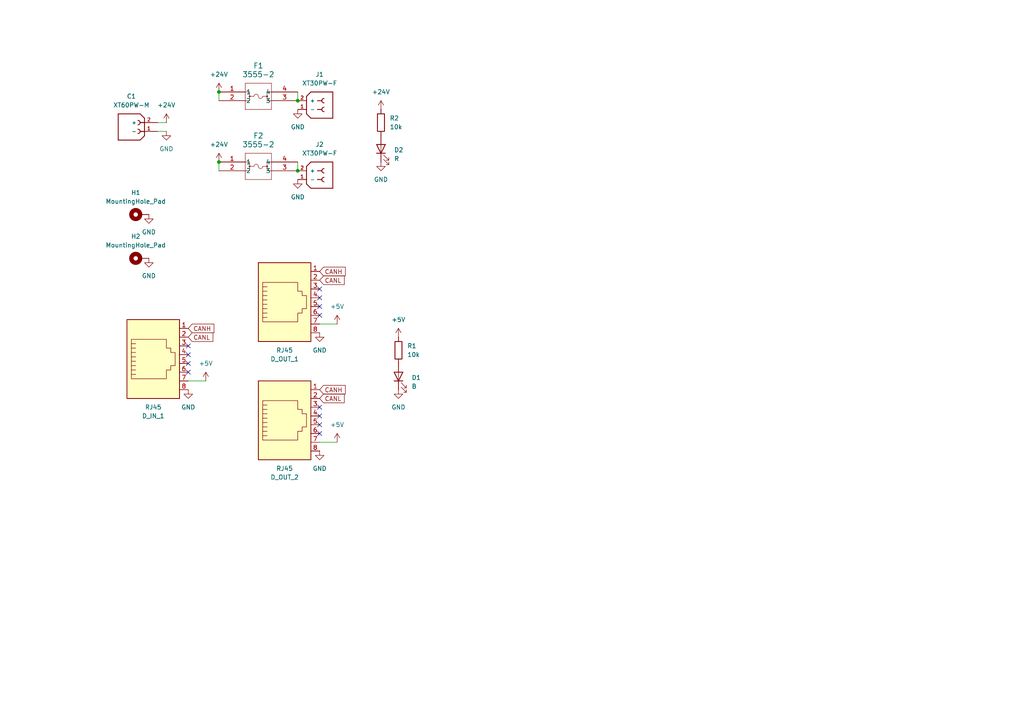
<source format=kicad_sch>
(kicad_sch (version 20231120) (generator "eeschema") (generator_version "8.0")
  (paper "A4")
  (title_block (title "Rocker Splitter") (date "2024-06-12") (rev "1") (company "RobotiqueUdeS - Rovus") (comment 1 "Philippe Michaud"))
  (lib_symbols
    (symbol "2024-06-11_22-07-23:3555-2" (pin_names (offset 0.254))
      (property "Reference" "F" (at 12.7 7.62 0))
      (property "Value" "3555-2" (at 12.7 5.08 0))
      (symbol "3555-2_0_1"
        (polyline (pts (xy 7.62 -5.08) (xy 15.24 -5.08)) (stroke (width 0.127)))
        (polyline (pts (xy 7.62 0) (xy 8.89 0)) (stroke (width 0.127)))
        (polyline (pts (xy 7.62 2.54) (xy 7.62 -5.08)) (stroke (width 0.127)))
        (polyline (pts (xy 8.89 -2.54) (xy 7.62 -2.54)) (stroke (width 0.127)))
        (polyline (pts (xy 8.89 -1.27) (xy 10.16 -1.27)) (stroke (width 0.127)))
        (polyline (pts (xy 8.89 0) (xy 8.89 -2.54)) (stroke (width 0.127)))
        (polyline (pts (xy 13.97 -2.54) (xy 15.24 -2.54)) (stroke (width 0.127)))
        (polyline (pts (xy 13.97 -1.27) (xy 12.7 -1.27)) (stroke (width 0.127)))
        (polyline (pts (xy 13.97 0) (xy 13.97 -2.54)) (stroke (width 0.127)))
        (polyline (pts (xy 15.24 -5.08) (xy 15.24 2.54)) (stroke (width 0.127)))
        (polyline (pts (xy 15.24 0) (xy 13.97 0)) (stroke (width 0.127)))
        (polyline (pts (xy 15.24 2.54) (xy 7.62 2.54)) (stroke (width 0.127)))
        (circle (center 8.89 -1.27) (radius 0.127) (stroke (width 0.254)))
        (arc (start 11.43 -1.27) (mid 10.795 -0.6377) (end 10.16 -1.27) (stroke (width 0.127)))
        (arc (start 11.43 -1.27) (mid 12.065 -1.9022) (end 12.7 -1.27) (stroke (width 0.127)))
        (circle (center 13.97 -1.27) (radius 0.127) (stroke (width 0.254)))
        (pin unspecified line (at 0 0 0) (length 7.62) (name "1") (number "1"))
        (pin unspecified line (at 0 -2.54 0) (length 7.62) (name "2") (number "2"))
        (pin unspecified line (at 22.86 -2.54 180) (length 7.62) (name "3") (number "3"))
        (pin unspecified line (at 22.86 0 180) (length 7.62) (name "4") (number "4"))
      )
    )
    (symbol "Connector:RJ45" (pin_names (offset 1.016))
      (property "Reference" "J" (at -5.08 13.97 0))
      (property "Value" "RJ45" (at 2.54 13.97 0))
      (symbol "RJ45_0_1"
        (polyline (pts (xy -5.08 4.445) (xy -6.35 4.445)))
        (polyline (pts (xy -5.08 5.715) (xy -6.35 5.715)))
        (polyline (pts (xy -6.35 -3.175) (xy -5.08 -3.175) (xy -5.08 -3.175)))
        (polyline (pts (xy -6.35 -1.905) (xy -5.08 -1.905) (xy -5.08 -1.905)))
        (polyline (pts (xy -6.35 -0.635) (xy -5.08 -0.635) (xy -5.08 -0.635)))
        (polyline (pts (xy -6.35 0.635) (xy -5.08 0.635) (xy -5.08 0.635)))
        (polyline (pts (xy -6.35 1.905) (xy -5.08 1.905) (xy -5.08 1.905)))
        (polyline (pts (xy -5.08 3.175) (xy -6.35 3.175) (xy -6.35 3.175)))
        (polyline (pts (xy -6.35 -4.445) (xy -6.35 6.985) (xy 3.81 6.985) (xy 3.81 4.445) (xy 5.08 4.445) (xy 5.08 3.175) (xy 6.35 3.175) (xy 6.35 -0.635) (xy 5.08 -0.635) (xy 5.08 -1.905) (xy 3.81 -1.905) (xy 3.81 -4.445) (xy -6.35 -4.445) (xy -6.35 -4.445)))
        (rectangle (start 7.62 12.7) (end -7.62 -10.16) (stroke (width 0.254)) (fill (type background)))
      )
      (symbol "RJ45_1_1"
        (pin passive line (at 10.16 -7.62 180) (length 2.54) (name "~") (number "1"))
        (pin passive line (at 10.16 -5.08 180) (length 2.54) (name "~") (number "2"))
        (pin passive line (at 10.16 -2.54 180) (length 2.54) (name "~") (number "3"))
        (pin passive line (at 10.16 0 180) (length 2.54) (name "~") (number "4"))
        (pin passive line (at 10.16 2.54 180) (length 2.54) (name "~") (number "5"))
        (pin passive line (at 10.16 5.08 180) (length 2.54) (name "~") (number "6"))
        (pin passive line (at 10.16 7.62 180) (length 2.54) (name "~") (number "7"))
        (pin passive line (at 10.16 10.16 180) (length 2.54) (name "~") (number "8"))
      )
    )
    (symbol "Device:LED" (pin_numbers hide) (pin_names (offset 1.016) hide)
      (property "Reference" "D" (at 0 2.54 0))
      (property "Value" "LED" (at 0 -2.54 0))
      (symbol "LED_0_1"
        (polyline (pts (xy -1.27 -1.27) (xy -1.27 1.27)) (stroke (width 0.254)))
        (polyline (pts (xy -1.27 0) (xy 1.27 0)))
        (polyline (pts (xy 1.27 -1.27) (xy 1.27 1.27) (xy -1.27 0) (xy 1.27 -1.27)) (stroke (width 0.254)))
        (polyline (pts (xy -3.048 -0.762) (xy -4.572 -2.286) (xy -3.81 -2.286) (xy -4.572 -2.286) (xy -4.572 -1.524)))
        (polyline (pts (xy -1.778 -0.762) (xy -3.302 -2.286) (xy -2.54 -2.286) (xy -3.302 -2.286) (xy -3.302 -1.524)))
      )
      (symbol "LED_1_1"
        (pin passive line (at -3.81 0 0) (length 2.54) (name "K") (number "1"))
        (pin passive line (at 3.81 0 180) (length 2.54) (name "A") (number "2"))
      )
    )
    (symbol "Device:R" (pin_numbers hide) (pin_names (offset 0))
      (property "Reference" "R" (at 2.032 0 90))
      (property "Value" "R" (at 0 0 90))
      (symbol "R_0_1"
        (rectangle (start -1.016 -2.54) (end 1.016 2.54) (stroke (width 0.254)))
      )
      (symbol "R_1_1"
        (pin passive line (at 0 3.81 270) (length 1.27) (name "~") (number "1"))
        (pin passive line (at 0 -3.81 90) (length 1.27) (name "~") (number "2"))
      )
    )
    (symbol "Mechanical:MountingHole_Pad" (pin_numbers hide) (pin_names (offset 1.016) hide) (exclude_from_sim yes) (in_bom no)
      (property "Reference" "H" (at 0 6.35 0))
      (property "Value" "MountingHole_Pad" (at 0 4.445 0))
      (symbol "MountingHole_Pad_0_1"
        (circle (center 0 1.27) (radius 1.27) (stroke (width 1.27)))
      )
      (symbol "MountingHole_Pad_1_1"
        (pin input line (at 0 -2.54 90) (length 2.54) (name "1") (number "1"))
      )
    )
    (symbol "XT30PW-F_1" (pin_names (offset 1.016))
      (property "Reference" "J2" (at -3.81 7.62 0))
      (property "Value" "XT30PW-F" (at -3.81 5.08 0))
      (symbol "XT30PW-F_1_0_0"
        (arc (start -5.0773 -3.175) (mid -4.445 -2.54) (end -5.0773 -1.905) (stroke (width 0.254)))
        (arc (start -5.0773 -0.635) (mid -4.445 0) (end -5.0773 0.635) (stroke (width 0.254)))
        (polyline (pts (xy -7.62 -5.08) (xy -7.62 2.54)) (stroke (width 0.254)))
        (polyline (pts (xy -7.62 2.54) (xy -1.27 2.54)) (stroke (width 0.254)))
        (polyline (pts (xy -3.1723 -2.54) (xy -4.4423 -2.54)) (stroke (width 0.254)))
        (polyline (pts (xy -3.1723 0) (xy -4.4423 0)) (stroke (width 0.254)))
        (polyline (pts (xy -1.27 -5.08) (xy -7.62 -5.08)) (stroke (width 0.254)))
        (polyline (pts (xy 0 -3.81) (xy -1.27 -5.08)) (stroke (width 0.254)))
        (polyline (pts (xy 0 0) (xy 0 -3.81)) (stroke (width 0.254)))
        (polyline (pts (xy 0 1.27) (xy -1.27 2.54)) (stroke (width 0.254)))
        (polyline (pts (xy 0 1.27) (xy 0 0)) (stroke (width 0.254)))
      )
      (symbol "XT30PW-F_1_1_0"
        (pin power_in line (at 2.54 -2.54 180) (length 2.54) (name "-") (number "1"))
        (pin power_in line (at 2.54 0 180) (length 2.54) (name "+") (number "2"))
      )
    )
    (symbol "XT30PW-F_2" (pin_names (offset 1.016))
      (property "Reference" "J1" (at -3.81 7.62 0))
      (property "Value" "XT30PW-F" (at -3.81 5.08 0))
      (symbol "XT30PW-F_2_0_0"
        (arc (start -5.0773 -3.175) (mid -4.445 -2.54) (end -5.0773 -1.905) (stroke (width 0.254)))
        (arc (start -5.0773 -0.635) (mid -4.445 0) (end -5.0773 0.635) (stroke (width 0.254)))
        (polyline (pts (xy -7.62 -5.08) (xy -7.62 2.54)) (stroke (width 0.254)))
        (polyline (pts (xy -7.62 2.54) (xy -1.27 2.54)) (stroke (width 0.254)))
        (polyline (pts (xy -3.1723 -2.54) (xy -4.4423 -2.54)) (stroke (width 0.254)))
        (polyline (pts (xy -3.1723 0) (xy -4.4423 0)) (stroke (width 0.254)))
        (polyline (pts (xy -1.27 -5.08) (xy -7.62 -5.08)) (stroke (width 0.254)))
        (polyline (pts (xy 0 -3.81) (xy -1.27 -5.08)) (stroke (width 0.254)))
        (polyline (pts (xy 0 0) (xy 0 -3.81)) (stroke (width 0.254)))
        (polyline (pts (xy 0 1.27) (xy -1.27 2.54)) (stroke (width 0.254)))
        (polyline (pts (xy 0 1.27) (xy 0 0)) (stroke (width 0.254)))
      )
      (symbol "XT30PW-F_2_1_0"
        (pin power_in line (at 2.54 -2.54 180) (length 2.54) (name "-") (number "1"))
        (pin power_in line (at 2.54 0 180) (length 2.54) (name "+") (number "2"))
      )
    )
    (symbol "XT60PW-M:XT60PW-M" (pin_names (offset 1.016))
      (property "Reference" "C" (at -1.524 -0.508 0))
      (property "Value" "XT60PW-M" (at -4.826 -11.43 0))
      (symbol "XT60PW-M_0_0"
        (polyline (pts (xy -3.81 -8.89) (xy -3.81 -1.27)) (stroke (width 0.254)))
        (polyline (pts (xy -3.81 -1.27) (xy 2.54 -1.27)) (stroke (width 0.254)))
        (polyline (pts (xy 2.54 -8.89) (xy -3.81 -8.89)) (stroke (width 0.254)))
        (polyline (pts (xy 3.81 -7.62) (xy 2.54 -8.89)) (stroke (width 0.254)))
        (polyline (pts (xy 3.81 -6.35) (xy 2.54 -6.35)) (stroke (width 0.254)))
        (polyline (pts (xy 3.81 -3.81) (xy 2.54 -3.81)) (stroke (width 0.254)))
        (polyline (pts (xy 3.81 -3.81) (xy 3.81 -7.62)) (stroke (width 0.254)))
        (polyline (pts (xy 3.81 -2.54) (xy 2.54 -1.27)) (stroke (width 0.254)))
        (polyline (pts (xy 3.81 -2.54) (xy 3.81 -3.81)) (stroke (width 0.254)))
        (arc (start 1.905 -6.985) (mid 2.5373 -6.35) (end 1.905 -5.715) (stroke (width 0.254)))
        (arc (start 1.905 -4.445) (mid 2.5373 -3.81) (end 1.905 -3.175) (stroke (width 0.254)))
      )
      (symbol "XT60PW-M_1_0"
        (pin power_in line (at 7.62 -6.35 180) (length 5.08) (name "-") (number "1"))
        (pin power_in line (at 7.62 -3.81 180) (length 5.08) (name "+") (number "2"))
      )
    )
    (symbol "power:+24V" (power) (pin_numbers hide) (pin_names (offset 0) hide)
      (property "Value" "+24V" (at 0 3.556 0))
      (symbol "+24V_0_1"
        (polyline (pts (xy -0.762 1.27) (xy 0 2.54)))
        (polyline (pts (xy 0 0) (xy 0 2.54)))
        (polyline (pts (xy 0 2.54) (xy 0.762 1.27)))
      )
      (symbol "+24V_1_1"
        (pin power_in line (at 0 0 90) (length 0) (name "~") (number "1"))
      )
    )
    (symbol "power:+5V" (power) (pin_numbers hide) (pin_names (offset 0) hide)
      (property "Value" "+5V" (at 0 3.556 0))
      (symbol "+5V_0_1"
        (polyline (pts (xy -0.762 1.27) (xy 0 2.54)))
        (polyline (pts (xy 0 0) (xy 0 2.54)))
        (polyline (pts (xy 0 2.54) (xy 0.762 1.27)))
      )
      (symbol "+5V_1_1"
        (pin power_in line (at 0 0 90) (length 0) (name "~") (number "1"))
      )
    )
    (symbol "power:GND" (power) (pin_numbers hide) (pin_names (offset 0) hide)
      (property "Value" "GND" (at 0 -3.81 0))
      (symbol "GND_0_1"
        (polyline (pts (xy 0 0) (xy 0 -1.27) (xy 1.27 -1.27) (xy 0 -2.54) (xy -1.27 -1.27) (xy 0 -1.27)))
      )
      (symbol "GND_1_1"
        (pin power_in line (at 0 0 270) (length 0) (name "~") (number "1"))
      )
    )
  )
  (junction (at 63.5 26.67))
  (junction (at 63.5 46.99))
  (junction (at 86.36 49.53))
  (junction (at 86.36 29.21))
  (no_connect (at 92.71 86.36))
  (no_connect (at 92.71 83.82))
  (no_connect (at 54.61 100.33))
  (no_connect (at 92.71 120.65))
  (no_connect (at 54.61 102.87))
  (no_connect (at 92.71 88.9))
  (no_connect (at 92.71 118.11))
  (no_connect (at 92.71 123.19))
  (no_connect (at 92.71 91.44))
  (no_connect (at 54.61 105.41))
  (no_connect (at 54.61 107.95))
  (no_connect (at 92.71 125.73))
  (wire (pts (xy 63.5 26.67) (xy 63.5 29.21)))
  (wire (pts (xy 45.72 38.1) (xy 48.26 38.1)))
  (wire (pts (xy 86.36 26.67) (xy 86.36 29.21)))
  (wire (pts (xy 92.71 128.27) (xy 97.79 128.27)))
  (wire (pts (xy 45.72 35.56) (xy 48.26 35.56)))
  (wire (pts (xy 86.36 46.99) (xy 86.36 49.53)))
  (wire (pts (xy 63.5 46.99) (xy 63.5 49.53)))
  (wire (pts (xy 54.61 110.49) (xy 59.69 110.49)))
  (wire (pts (xy 92.71 93.98) (xy 97.79 93.98)))
  (global_label "CANH" (shape input) (at 92.71 78.74 0) (property "Intersheetrefs" "${INTERSHEET_REFS}" (effects (hide yes))))
  (global_label "CANH" (shape input) (at 54.61 95.25 0) (property "Intersheetrefs" "${INTERSHEET_REFS}" (effects (hide yes))))
  (global_label "CANL" (shape input) (at 92.71 81.28 0) (property "Intersheetrefs" "${INTERSHEET_REFS}" (effects (hide yes))))
  (global_label "CANL" (shape input) (at 54.61 97.79 0) (property "Intersheetrefs" "${INTERSHEET_REFS}" (effects (hide yes))))
  (global_label "CANL" (shape input) (at 92.71 115.57 0) (property "Intersheetrefs" "${INTERSHEET_REFS}" (effects (hide yes))))
  (global_label "CANH" (shape input) (at 92.71 113.03 0) (property "Intersheetrefs" "${INTERSHEET_REFS}" (effects (hide yes))))
  (symbol (lib_id "power:GND") (at 54.61 113.03 0) (mirror y) (unit 1)
    (property "Reference" "#PWR08" (effects (hide yes)))
    (property "Value" "GND" (at 54.61 118.11 0))
    (property "Description" "Power symbol creates a global label with name \"GND\" , ground" (effects (hide yes)))
  )
  (symbol (lib_id "power:GND") (at 48.26 38.1 0) (unit 1)
    (property "Reference" "#PWR02" (effects (hide yes)))
    (property "Value" "GND" (at 48.26 43.18 0))
    (property "Description" "Power symbol creates a global label with name \"GND\" , ground" (effects (hide yes)))
  )
  (symbol (lib_id "XT60PW-M:XT60PW-M") (at 38.1 31.75 0) (unit 1)
    (property "Reference" "C1" (at 38.1 27.94 0))
    (property "Value" "XT60PW-M" (at 38.1 30.48 0))
    (property "Footprint" "Connector_AMASS:AMASS_XT60PW-M_1x02_P7.20mm_Horizontal" (effects (hide yes)))
  )
  (symbol (lib_id "Connector:RJ45") (at 82.55 86.36 0) (mirror x) (unit 1)
    (property "Reference" "D_OUT_1" (at 82.55 104.14 0))
    (property "Value" "RJ45" (at 82.55 101.6 0))
    (property "Footprint" "54601-908WPLF:AMPHENOL_54601-908WPLF" (effects (hide yes)))
    (property "Description" "RJ connector, 8P8C (8 positions 8 connected)" (effects (hide yes)))
  )
  (symbol (lib_id "power:GND") (at 86.36 31.75 0) (unit 1)
    (property "Reference" "#PWR04" (effects (hide yes)))
    (property "Value" "GND" (at 86.36 36.83 0))
    (property "Description" "Power symbol creates a global label with name \"GND\" , ground" (effects (hide yes)))
  )
  (symbol (lib_id "power:+5V") (at 97.79 93.98 0) (mirror y) (unit 1)
    (property "Reference" "#PWR09" (effects (hide yes)))
    (property "Value" "+5V" (at 97.79 88.9 0))
    (property "Description" "Power symbol creates a global label with name \"+5V\"" (effects (hide yes)))
  )
  (symbol (lib_name "XT30PW-F_2") (lib_id "XT30PW-F:XT30PW-F") (at 88.9 29.21 0) (mirror y) (unit 1)
    (property "Reference" "J1" (at 92.71 21.59 0))
    (property "Value" "XT30PW-F" (at 92.71 24.13 0))
    (property "Footprint" "Connector_AMASS:AMASS_XT30PW-F_1x02_P2.50mm_Horizontal" (effects (hide yes)))
    (property "MF" "amass" (effects (hide yes)))
    (property "MAXIMUM_PACKAGE_HEIGHT" "5 mm" (effects (hide yes)))
    (property "Package" "None" (effects (hide yes)))
    (property "Price" "None" (effects (hide yes)))
    (property "Check_prices" "https://www.snapeda.com/parts/XT30PW-F/AMASS/view-part/?ref=eda" (effects (hide yes)))
    (property "STANDARD" "Manufacturer Recommendations" (effects (hide yes)))
    (property "PARTREV" "1.2" (effects (hide yes)))
    (property "SnapEDA_Link" "https://www.snapeda.com/parts/XT30PW-F/AMASS/view-part/?ref=snap" (effects (hide yes)))
    (property "MP" "XT30PW-F" (effects (hide yes)))
    (property "Description_1" "\nSocket; DC supply; XT30; female; PIN: 2; on PCBs; THT; yellow; 15A\n" (effects (hide yes)))
    (property "MANUFACTURER" "Amass" (effects (hide yes)))
    (property "Availability" "Not in stock" (effects (hide yes)))
    (property "SNAPEDA_PN" "XT30PW-F" (effects (hide yes)))
  )
  (symbol (lib_id "Mechanical:MountingHole_Pad") (at 40.64 62.23 90) (unit 1) (exclude_from_sim yes) (in_bom no)
    (property "Reference" "H1" (at 39.37 55.88 90))
    (property "Value" "MountingHole_Pad" (at 39.37 58.42 90))
    (property "Footprint" "MountingHole:MountingHole_3.2mm_M3_DIN965_Pad_TopBottom" (effects (hide yes)))
    (property "Description" "Mounting Hole with connection" (effects (hide yes)))
  )
  (symbol (lib_id "power:+24V") (at 63.5 26.67 0) (unit 1)
    (property "Reference" "#PWR03" (effects (hide yes)))
    (property "Value" "+24V" (at 63.5 21.59 0))
    (property "Description" "Power symbol creates a global label with name \"+24V\"" (effects (hide yes)))
  )
  (symbol (lib_id "power:+5V") (at 59.69 110.49 0) (mirror y) (unit 1)
    (property "Reference" "#PWR07" (effects (hide yes)))
    (property "Value" "+5V" (at 59.69 105.41 0))
    (property "Description" "Power symbol creates a global label with name \"+5V\"" (effects (hide yes)))
  )
  (symbol (lib_id "power:+5V") (at 110.49 31.75 0) (mirror y) (unit 1)
    (property "Reference" "#PWR015" (effects (hide yes)))
    (property "Value" "+24V" (at 110.49 26.67 0))
    (property "Description" "Power symbol creates a global label with name \"+5V\"" (effects (hide yes)))
  )
  (symbol (lib_id "Device:R") (at 115.57 101.6 0) (unit 1)
    (property "Reference" "R1" (at 118.11 100.3299 0) (effects (justify left)))
    (property "Value" "10k" (at 118.11 102.8699 0) (effects (justify left)))
    (property "Footprint" "Resistor_SMD:R_0805_2012Metric_Pad1.20x1.40mm_HandSolder" (effects (hide yes)))
    (property "Description" "Resistor" (effects (hide yes)))
  )
  (symbol (lib_id "power:GND") (at 115.57 113.03 0) (unit 1)
    (property "Reference" "#PWR013" (effects (hide yes)))
    (property "Value" "GND" (at 115.57 118.11 0))
    (property "Description" "Power symbol creates a global label with name \"GND\" , ground" (effects (hide yes)))
  )
  (symbol (lib_id "Connector:RJ45") (at 82.55 120.65 0) (mirror x) (unit 1)
    (property "Reference" "D_OUT_2" (at 82.55 138.43 0))
    (property "Value" "RJ45" (at 82.55 135.89 0))
    (property "Footprint" "54601-908WPLF:AMPHENOL_54601-908WPLF" (effects (hide yes)))
    (property "Description" "RJ connector, 8P8C (8 positions 8 connected)" (effects (hide yes)))
  )
  (symbol (lib_id "2024-06-11_22-07-23:3555-2") (at 63.5 26.67 0) (unit 1)
    (property "Reference" "F1" (at 74.93 19.05 0) (effects (font (size 1.524 1.524))))
    (property "Value" "3555-2" (at 74.93 21.59 0) (effects (font (size 1.524 1.524))))
    (property "Footprint" "3555-2_KEY" (effects (hide yes)))
    (property "Datasheet" "3555-2" (effects (hide yes)))
  )
  (symbol (lib_id "power:+24V") (at 48.26 35.56 0) (unit 1)
    (property "Reference" "#PWR01" (effects (hide yes)))
    (property "Value" "+24V" (at 48.26 30.48 0))
    (property "Description" "Power symbol creates a global label with name \"+24V\"" (effects (hide yes)))
  )
  (symbol (lib_id "2024-06-11_22-07-23:3555-2") (at 63.5 46.99 0) (unit 1)
    (property "Reference" "F2" (at 74.93 39.37 0) (effects (font (size 1.524 1.524))))
    (property "Value" "3555-2" (at 74.93 41.91 0) (effects (font (size 1.524 1.524))))
    (property "Footprint" "3555-2_KEY" (effects (hide yes)))
    (property "Datasheet" "3555-2" (effects (hide yes)))
  )
  (symbol (lib_id "Connector:RJ45") (at 44.45 102.87 0) (mirror x) (unit 1)
    (property "Reference" "D_IN_1" (at 44.45 120.65 0))
    (property "Value" "RJ45" (at 44.45 118.11 0))
    (property "Footprint" "54601-908WPLF:AMPHENOL_54601-908WPLF" (effects (hide yes)))
    (property "Description" "RJ connector, 8P8C (8 positions 8 connected)" (effects (hide yes)))
  )
  (symbol (lib_name "XT30PW-F_1") (lib_id "XT30PW-F:XT30PW-F") (at 88.9 49.53 0) (mirror y) (unit 1)
    (property "Reference" "J2" (at 92.71 41.91 0))
    (property "Value" "XT30PW-F" (at 92.71 44.45 0))
    (property "Footprint" "Connector_AMASS:AMASS_XT30PW-F_1x02_P2.50mm_Horizontal" (effects (hide yes)))
    (property "MF" "amass" (effects (hide yes)))
    (property "MAXIMUM_PACKAGE_HEIGHT" "5 mm" (effects (hide yes)))
    (property "Package" "None" (effects (hide yes)))
    (property "Price" "None" (effects (hide yes)))
    (property "Check_prices" "https://www.snapeda.com/parts/XT30PW-F/AMASS/view-part/?ref=eda" (effects (hide yes)))
    (property "STANDARD" "Manufacturer Recommendations" (effects (hide yes)))
    (property "PARTREV" "1.2" (effects (hide yes)))
    (property "SnapEDA_Link" "https://www.snapeda.com/parts/XT30PW-F/AMASS/view-part/?ref=snap" (effects (hide yes)))
    (property "MP" "XT30PW-F" (effects (hide yes)))
    (property "Description_1" "\nSocket; DC supply; XT30; female; PIN: 2; on PCBs; THT; yellow; 15A\n" (effects (hide yes)))
    (property "MANUFACTURER" "Amass" (effects (hide yes)))
    (property "Availability" "Not in stock" (effects (hide yes)))
    (property "SNAPEDA_PN" "XT30PW-F" (effects (hide yes)))
  )
  (symbol (lib_id "power:GND") (at 92.71 96.52 0) (mirror y) (unit 1)
    (property "Reference" "#PWR010" (effects (hide yes)))
    (property "Value" "GND" (at 92.71 101.6 0))
    (property "Description" "Power symbol creates a global label with name \"GND\" , ground" (effects (hide yes)))
  )
  (symbol (lib_id "power:+5V") (at 97.79 128.27 0) (mirror y) (unit 1)
    (property "Reference" "#PWR011" (effects (hide yes)))
    (property "Value" "+5V" (at 97.79 123.19 0))
    (property "Description" "Power symbol creates a global label with name \"+5V\"" (effects (hide yes)))
  )
  (symbol (lib_id "power:GND") (at 43.18 74.93 0) (unit 1)
    (property "Reference" "#PWR018" (effects (hide yes)))
    (property "Value" "GND" (at 43.18 80.01 0))
    (property "Description" "Power symbol creates a global label with name \"GND\" , ground" (effects (hide yes)))
  )
  (symbol (lib_id "power:+24V") (at 63.5 46.99 0) (unit 1)
    (property "Reference" "#PWR05" (effects (hide yes)))
    (property "Value" "+24V" (at 63.5 41.91 0))
    (property "Description" "Power symbol creates a global label with name \"+24V\"" (effects (hide yes)))
  )
  (symbol (lib_id "power:GND") (at 86.36 52.07 0) (unit 1)
    (property "Reference" "#PWR06" (effects (hide yes)))
    (property "Value" "GND" (at 86.36 57.15 0))
    (property "Description" "Power symbol creates a global label with name \"GND\" , ground" (effects (hide yes)))
  )
  (symbol (lib_id "Device:LED") (at 115.57 109.22 90) (unit 1)
    (property "Reference" "D1" (at 119.38 109.5374 90) (effects (justify right)))
    (property "Value" "B" (at 119.38 112.0774 90) (effects (justify right)))
    (property "Footprint" "LED_SMD:LED_0805_2012Metric_Pad1.15x1.40mm_HandSolder" (effects (hide yes)))
    (property "Description" "Light emitting diode" (effects (hide yes)))
  )
  (symbol (lib_id "Device:LED") (at 110.49 43.18 90) (unit 1)
    (property "Reference" "D2" (at 114.3 43.4974 90) (effects (justify right)))
    (property "Value" "R" (at 114.3 46.0374 90) (effects (justify right)))
    (property "Footprint" "LED_SMD:LED_0805_2012Metric_Pad1.15x1.40mm_HandSolder" (effects (hide yes)))
    (property "Description" "Light emitting diode" (effects (hide yes)))
  )
  (symbol (lib_id "power:GND") (at 110.49 46.99 0) (unit 1)
    (property "Reference" "#PWR016" (effects (hide yes)))
    (property "Value" "GND" (at 110.49 52.07 0))
    (property "Description" "Power symbol creates a global label with name \"GND\" , ground" (effects (hide yes)))
  )
  (symbol (lib_id "Mechanical:MountingHole_Pad") (at 40.64 74.93 90) (unit 1) (exclude_from_sim yes) (in_bom no)
    (property "Reference" "H2" (at 39.37 68.58 90))
    (property "Value" "MountingHole_Pad" (at 39.37 71.12 90))
    (property "Footprint" "MountingHole:MountingHole_3.2mm_M3_DIN965_Pad_TopBottom" (effects (hide yes)))
    (property "Description" "Mounting Hole with connection" (effects (hide yes)))
  )
  (symbol (lib_id "power:GND") (at 43.18 62.23 0) (unit 1)
    (property "Reference" "#PWR017" (effects (hide yes)))
    (property "Value" "GND" (at 43.18 67.31 0))
    (property "Description" "Power symbol creates a global label with name \"GND\" , ground" (effects (hide yes)))
  )
  (symbol (lib_id "power:GND") (at 92.71 130.81 0) (mirror y) (unit 1)
    (property "Reference" "#PWR012" (effects (hide yes)))
    (property "Value" "GND" (at 92.71 135.89 0))
    (property "Description" "Power symbol creates a global label with name \"GND\" , ground" (effects (hide yes)))
  )
  (symbol (lib_id "power:+5V") (at 115.57 97.79 0) (mirror y) (unit 1)
    (property "Reference" "#PWR014" (effects (hide yes)))
    (property "Value" "+5V" (at 115.57 92.71 0))
    (property "Description" "Power symbol creates a global label with name \"+5V\"" (effects (hide yes)))
  )
  (symbol (lib_id "Device:R") (at 110.49 35.56 0) (unit 1)
    (property "Reference" "R2" (at 113.03 34.2899 0) (effects (justify left)))
    (property "Value" "10k" (at 113.03 36.8299 0) (effects (justify left)))
    (property "Footprint" "Resistor_SMD:R_0805_2012Metric_Pad1.20x1.40mm_HandSolder" (effects (hide yes)))
    (property "Description" "Resistor" (effects (hide yes)))
  )
)
</source>
